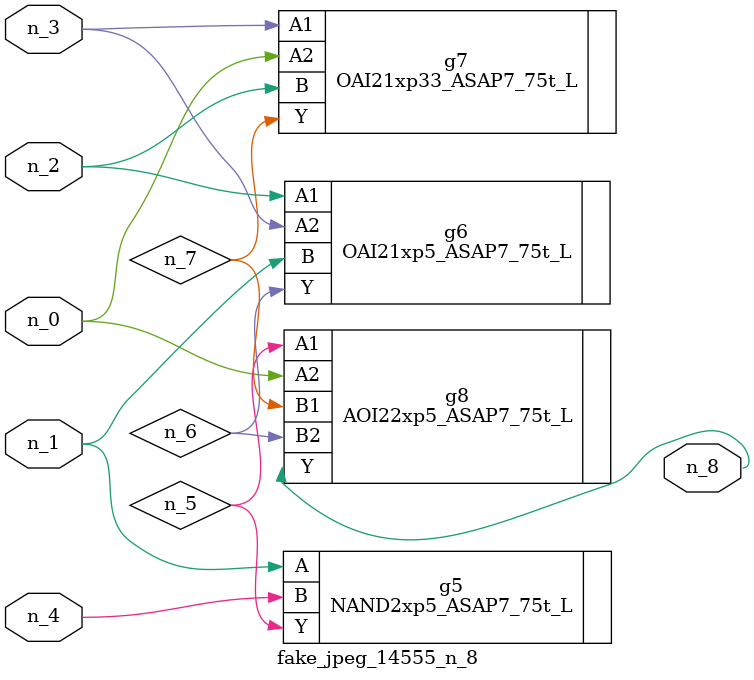
<source format=v>
module fake_jpeg_14555_n_8 (n_3, n_2, n_1, n_0, n_4, n_8);

input n_3;
input n_2;
input n_1;
input n_0;
input n_4;

output n_8;

wire n_6;
wire n_5;
wire n_7;

NAND2xp5_ASAP7_75t_L g5 ( 
.A(n_1),
.B(n_4),
.Y(n_5)
);

OAI21xp5_ASAP7_75t_L g6 ( 
.A1(n_2),
.A2(n_3),
.B(n_1),
.Y(n_6)
);

OAI21xp33_ASAP7_75t_L g7 ( 
.A1(n_3),
.A2(n_0),
.B(n_2),
.Y(n_7)
);

AOI22xp5_ASAP7_75t_L g8 ( 
.A1(n_5),
.A2(n_0),
.B1(n_7),
.B2(n_6),
.Y(n_8)
);


endmodule
</source>
